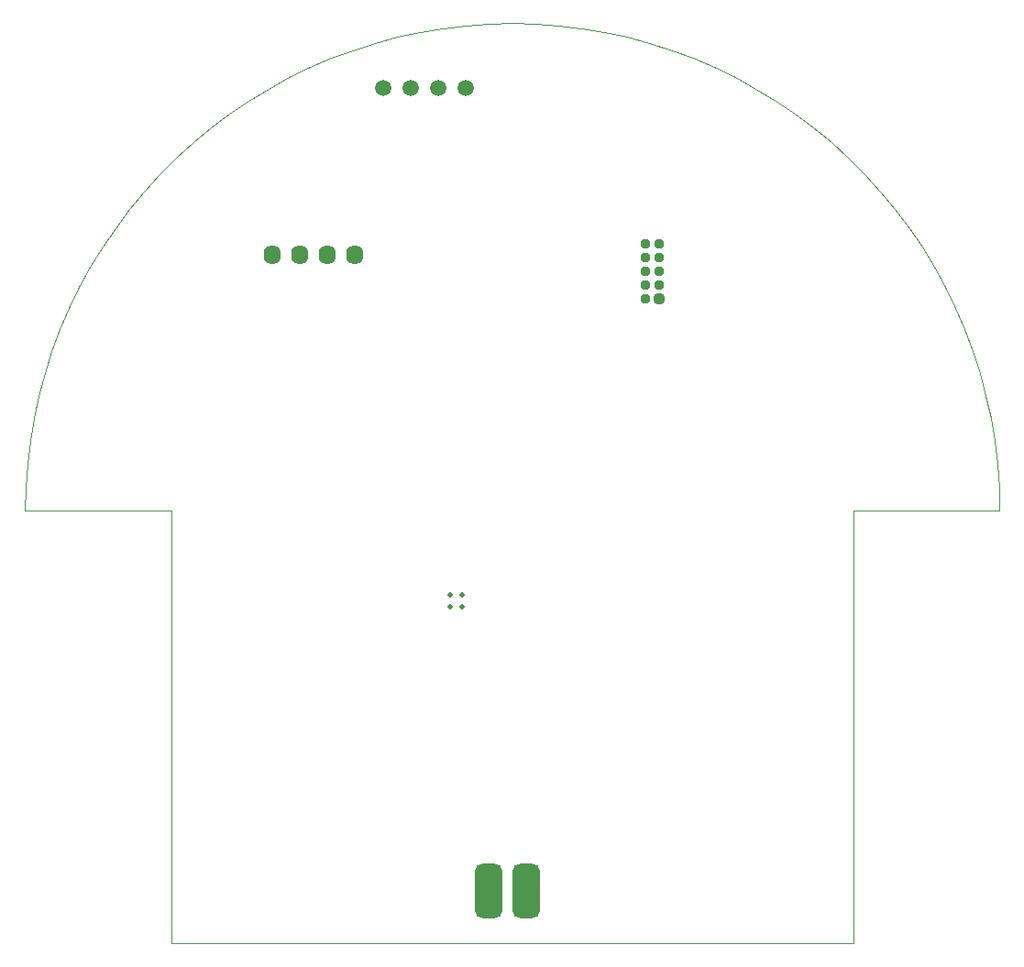
<source format=gbl>
%FSLAX25Y25*%
%MOIN*%
G70*
G01*
G75*
G04 Layer_Physical_Order=2*
G04 Layer_Color=16711680*
G04:AMPARAMS|DCode=10|XSize=21.65mil|YSize=39.37mil|CornerRadius=5.41mil|HoleSize=0mil|Usage=FLASHONLY|Rotation=270.000|XOffset=0mil|YOffset=0mil|HoleType=Round|Shape=RoundedRectangle|*
%AMROUNDEDRECTD10*
21,1,0.02165,0.02854,0,0,270.0*
21,1,0.01083,0.03937,0,0,270.0*
1,1,0.01083,-0.01427,-0.00541*
1,1,0.01083,-0.01427,0.00541*
1,1,0.01083,0.01427,0.00541*
1,1,0.01083,0.01427,-0.00541*
%
%ADD10ROUNDEDRECTD10*%
G04:AMPARAMS|DCode=11|XSize=41.34mil|YSize=47.24mil|CornerRadius=10.34mil|HoleSize=0mil|Usage=FLASHONLY|Rotation=270.000|XOffset=0mil|YOffset=0mil|HoleType=Round|Shape=RoundedRectangle|*
%AMROUNDEDRECTD11*
21,1,0.04134,0.02658,0,0,270.0*
21,1,0.02067,0.04724,0,0,270.0*
1,1,0.02067,-0.01329,-0.01034*
1,1,0.02067,-0.01329,0.01034*
1,1,0.02067,0.01329,0.01034*
1,1,0.02067,0.01329,-0.01034*
%
%ADD11ROUNDEDRECTD11*%
%ADD12R,0.11811X0.08268*%
%ADD13R,0.06299X0.03189*%
G04:AMPARAMS|DCode=14|XSize=41.34mil|YSize=47.24mil|CornerRadius=10.34mil|HoleSize=0mil|Usage=FLASHONLY|Rotation=0.000|XOffset=0mil|YOffset=0mil|HoleType=Round|Shape=RoundedRectangle|*
%AMROUNDEDRECTD14*
21,1,0.04134,0.02658,0,0,0.0*
21,1,0.02067,0.04724,0,0,0.0*
1,1,0.02067,0.01034,-0.01329*
1,1,0.02067,-0.01034,-0.01329*
1,1,0.02067,-0.01034,0.01329*
1,1,0.02067,0.01034,0.01329*
%
%ADD14ROUNDEDRECTD14*%
%ADD15O,0.03543X0.00984*%
%ADD16O,0.00984X0.03543*%
%ADD17R,0.07087X0.07087*%
G04:AMPARAMS|DCode=18|XSize=145.67mil|YSize=59.06mil|CornerRadius=14.76mil|HoleSize=0mil|Usage=FLASHONLY|Rotation=90.000|XOffset=0mil|YOffset=0mil|HoleType=Round|Shape=RoundedRectangle|*
%AMROUNDEDRECTD18*
21,1,0.14567,0.02953,0,0,90.0*
21,1,0.11614,0.05906,0,0,90.0*
1,1,0.02953,0.01476,0.05807*
1,1,0.02953,0.01476,-0.05807*
1,1,0.02953,-0.01476,-0.05807*
1,1,0.02953,-0.01476,0.05807*
%
%ADD18ROUNDEDRECTD18*%
G04:AMPARAMS|DCode=19|XSize=11.81mil|YSize=47.24mil|CornerRadius=2.95mil|HoleSize=0mil|Usage=FLASHONLY|Rotation=180.000|XOffset=0mil|YOffset=0mil|HoleType=Round|Shape=RoundedRectangle|*
%AMROUNDEDRECTD19*
21,1,0.01181,0.04134,0,0,180.0*
21,1,0.00591,0.04724,0,0,180.0*
1,1,0.00591,-0.00295,0.02067*
1,1,0.00591,0.00295,0.02067*
1,1,0.00591,0.00295,-0.02067*
1,1,0.00591,-0.00295,-0.02067*
%
%ADD19ROUNDEDRECTD19*%
G04:AMPARAMS|DCode=20|XSize=11.81mil|YSize=47.24mil|CornerRadius=2.95mil|HoleSize=0mil|Usage=FLASHONLY|Rotation=90.000|XOffset=0mil|YOffset=0mil|HoleType=Round|Shape=RoundedRectangle|*
%AMROUNDEDRECTD20*
21,1,0.01181,0.04134,0,0,90.0*
21,1,0.00591,0.04724,0,0,90.0*
1,1,0.00591,0.02067,0.00295*
1,1,0.00591,0.02067,-0.00295*
1,1,0.00591,-0.02067,-0.00295*
1,1,0.00591,-0.02067,0.00295*
%
%ADD20ROUNDEDRECTD20*%
%ADD21C,0.05906*%
G04:AMPARAMS|DCode=22|XSize=98.43mil|YSize=196.85mil|CornerRadius=24.61mil|HoleSize=0mil|Usage=FLASHONLY|Rotation=0.000|XOffset=0mil|YOffset=0mil|HoleType=Round|Shape=RoundedRectangle|*
%AMROUNDEDRECTD22*
21,1,0.09843,0.14764,0,0,0.0*
21,1,0.04921,0.19685,0,0,0.0*
1,1,0.04921,0.02461,-0.07382*
1,1,0.04921,-0.02461,-0.07382*
1,1,0.04921,-0.02461,0.07382*
1,1,0.04921,0.02461,0.07382*
%
%ADD22ROUNDEDRECTD22*%
%ADD23C,0.00394*%
%ADD24O,0.06299X0.07087*%
%ADD25C,0.03740*%
G04:AMPARAMS|DCode=26|XSize=37.4mil|YSize=37.4mil|CornerRadius=9.35mil|HoleSize=0mil|Usage=FLASHONLY|Rotation=90.000|XOffset=0mil|YOffset=0mil|HoleType=Round|Shape=RoundedRectangle|*
%AMROUNDEDRECTD26*
21,1,0.03740,0.01870,0,0,90.0*
21,1,0.01870,0.03740,0,0,90.0*
1,1,0.01870,0.00935,0.00935*
1,1,0.01870,0.00935,-0.00935*
1,1,0.01870,-0.00935,-0.00935*
1,1,0.01870,-0.00935,0.00935*
%
%ADD26ROUNDEDRECTD26*%
%ADD27C,0.01969*%
D21*
X-16890Y311221D02*
D03*
X-26890D02*
D03*
X-36890D02*
D03*
X-46890D02*
D03*
X3228Y19193D02*
D03*
X-6772D02*
D03*
D22*
X-8661D02*
D03*
X5118D02*
D03*
D23*
X124016Y157480D02*
X177165Y157480D01*
X124016Y0D02*
Y157480D01*
X-124016Y-0D02*
X124016Y0D01*
X-124016Y-0D02*
Y157480D01*
X-177165Y157480D02*
X-124016Y157480D01*
X-177165Y157480D02*
X-176965Y165910D01*
X-176363Y174321D01*
X-175362Y182694D01*
X-173964Y191009D01*
X-172171Y199249D01*
X-169989Y207394D01*
X-167421Y215425D01*
X-164475Y223326D01*
X-161155Y231077D01*
X-157471Y238662D01*
X-153430Y246063D01*
X-149041Y253263D01*
X-144315Y260246D01*
X-139261Y266997D01*
X-133893Y273499D01*
X-128221Y279738D01*
X-122258Y285701D01*
X-116019Y291373D01*
X-109517Y296742D01*
X-102766Y301795D01*
X-95783Y306521D01*
X-88583Y310910D01*
X-81182Y314951D01*
X-73597Y318636D01*
X-65846Y321955D01*
X-57945Y324902D01*
X-49913Y327469D01*
X-41768Y329652D01*
X-33529Y331444D01*
X-25213Y332842D01*
X-16841Y333843D01*
X-8430Y334445D01*
X-0Y334646D01*
X8430Y334445D01*
X16841Y333843D01*
X25213Y332842D01*
X33529Y331444D01*
X41768Y329652D01*
X49913Y327469D01*
X57945Y324902D01*
X65846Y321955D01*
X73597Y318636D01*
X81182Y314951D01*
X88583Y310910D01*
X95783Y306521D01*
X102766Y301795D01*
X109516Y296742D01*
X116019Y291373D01*
X122258Y285701D01*
X128220Y279738D01*
X133893Y273499D01*
X139261Y266997D01*
X144315Y260246D01*
X149041Y253263D01*
X153430Y246063D01*
X157471Y238662D01*
X161155Y231078D01*
X164474Y223326D01*
X167421Y215425D01*
X169989Y207394D01*
X172171Y199249D01*
X173964Y191009D01*
X175362Y182694D01*
X176363Y174321D01*
X176965Y165910D01*
X177165Y157480D01*
D24*
X-77146Y250492D02*
D03*
X-87146D02*
D03*
X-67146D02*
D03*
X-57146D02*
D03*
D25*
X48386Y254390D02*
D03*
Y249390D02*
D03*
X53386Y254390D02*
D03*
Y249390D02*
D03*
X48386Y244390D02*
D03*
Y239390D02*
D03*
X53386Y244390D02*
D03*
Y239390D02*
D03*
X48386Y234390D02*
D03*
D26*
X53386D02*
D03*
D27*
X-22539Y126673D02*
D03*
X-18209D02*
D03*
X-22539Y122343D02*
D03*
X-18209D02*
D03*
M02*

</source>
